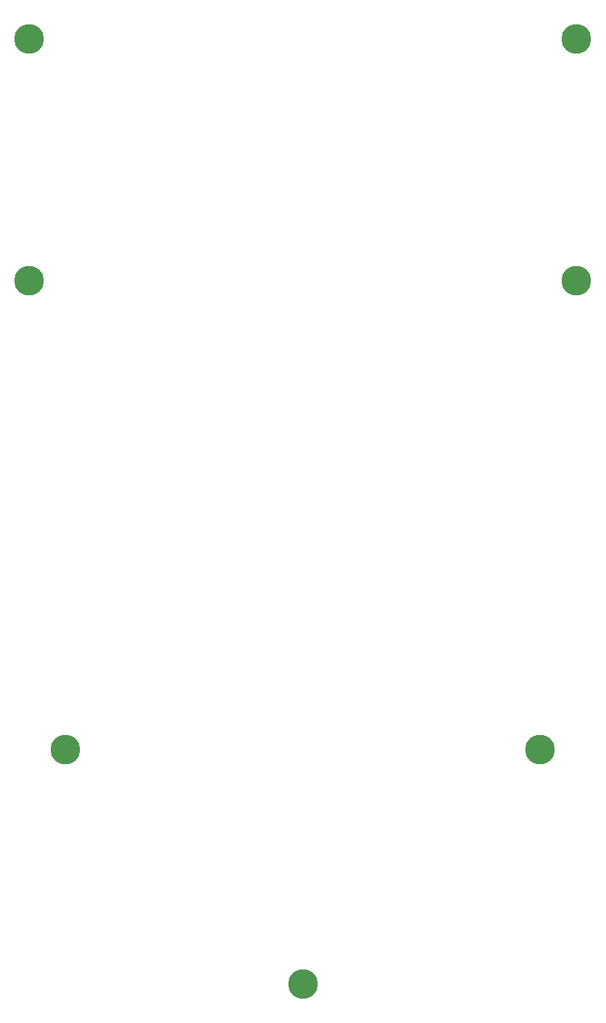
<source format=gbr>
%TF.GenerationSoftware,KiCad,Pcbnew,7.0.7*%
%TF.CreationDate,2023-12-10T00:15:53+02:00*%
%TF.ProjectId,back_plate,6261636b-5f70-46c6-9174-652e6b696361,rev?*%
%TF.SameCoordinates,Original*%
%TF.FileFunction,Soldermask,Bot*%
%TF.FilePolarity,Negative*%
%FSLAX46Y46*%
G04 Gerber Fmt 4.6, Leading zero omitted, Abs format (unit mm)*
G04 Created by KiCad (PCBNEW 7.0.7) date 2023-12-10 00:15:53*
%MOMM*%
%LPD*%
G01*
G04 APERTURE LIST*
%ADD10C,3.800000*%
G04 APERTURE END LIST*
D10*
%TO.C,*%
X154200000Y-39680000D03*
%TD*%
%TO.C,*%
X154200000Y-70680000D03*
%TD*%
%TO.C,*%
X88660000Y-130830000D03*
%TD*%
%TO.C,*%
X119100000Y-160830000D03*
%TD*%
%TO.C,*%
X84000000Y-39680000D03*
%TD*%
%TO.C,*%
X84000000Y-70680000D03*
%TD*%
%TO.C,*%
X149540000Y-130830000D03*
%TD*%
M02*

</source>
